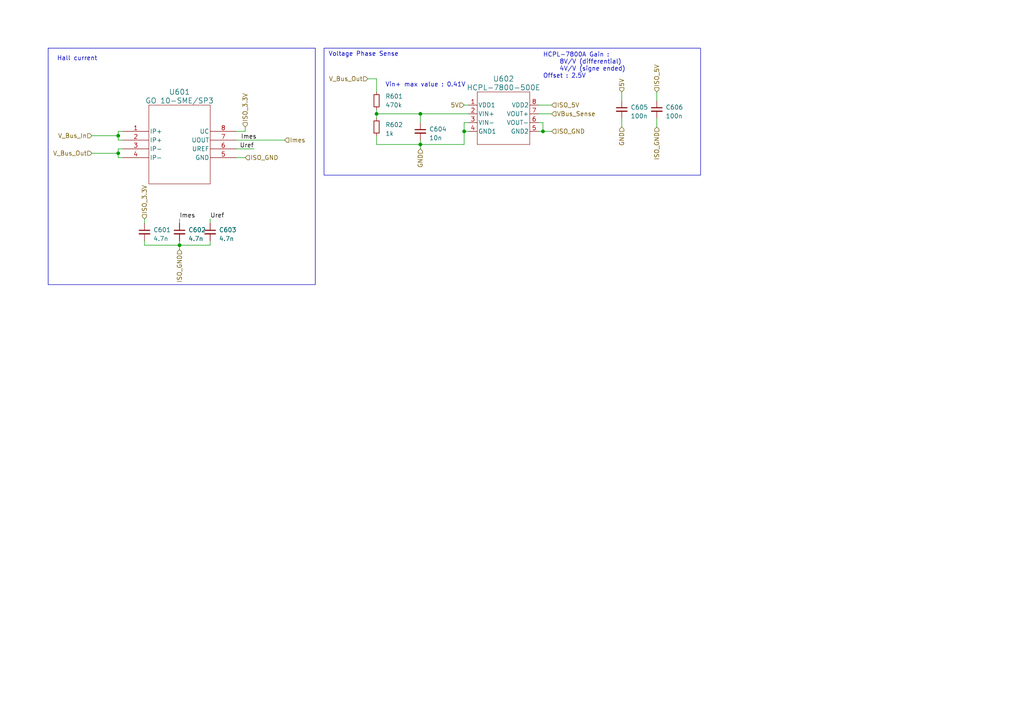
<source format=kicad_sch>
(kicad_sch
	(version 20231120)
	(generator "eeschema")
	(generator_version "8.0")
	(uuid "ee89f9ba-fa43-492f-9c18-db8982ac7ce3")
	(paper "A4")
	(title_block
		(title "AAP Inverter")
		(date "2023-05-01")
		(company "ENSEA")
	)
	(lib_symbols
		(symbol "Custom:GO_10-SME"
			(pin_names
				(offset 0.254)
			)
			(exclude_from_sim no)
			(in_bom yes)
			(on_board yes)
			(property "Reference" "U"
				(at 7.62 -12.7 0)
				(effects
					(font
						(size 1.524 1.524)
					)
				)
			)
			(property "Value" "GO 10-SME/SP3"
				(at 0 12.7 0)
				(effects
					(font
						(size 1.524 1.524)
					)
				)
			)
			(property "Footprint" "SOIC8-GO-SME/SP3_LEM"
				(at 1.27 20.32 0)
				(effects
					(font
						(size 1.27 1.27)
						(italic yes)
					)
					(hide yes)
				)
			)
			(property "Datasheet" "GO 10-SME"
				(at -5.08 17.78 0)
				(effects
					(font
						(size 1.27 1.27)
						(italic yes)
					)
					(hide yes)
				)
			)
			(property "Description" ""
				(at 0 0 0)
				(effects
					(font
						(size 1.27 1.27)
					)
					(hide yes)
				)
			)
			(property "ki_locked" ""
				(at 0 0 0)
				(effects
					(font
						(size 1.27 1.27)
					)
				)
			)
			(property "ki_keywords" "GO 10-SME"
				(at 0 0 0)
				(effects
					(font
						(size 1.27 1.27)
					)
					(hide yes)
				)
			)
			(property "ki_fp_filters" "SOIC8-GO-SME/SP3_LEM SOIC8-GO-SME/SP3_LEM-M SOIC8-GO-SME/SP3_LEM-L"
				(at 0 0 0)
				(effects
					(font
						(size 1.27 1.27)
					)
					(hide yes)
				)
			)
			(symbol "GO_10-SME_0_1"
				(polyline
					(pts
						(xy -8.89 -11.43) (xy 8.89 -11.43)
					)
					(stroke
						(width 0.127)
						(type default)
					)
					(fill
						(type none)
					)
				)
				(polyline
					(pts
						(xy -8.89 11.43) (xy -8.89 -11.43)
					)
					(stroke
						(width 0.127)
						(type default)
					)
					(fill
						(type none)
					)
				)
				(polyline
					(pts
						(xy 8.89 -11.43) (xy 8.89 11.43)
					)
					(stroke
						(width 0.127)
						(type default)
					)
					(fill
						(type none)
					)
				)
				(polyline
					(pts
						(xy 8.89 11.43) (xy -8.89 11.43)
					)
					(stroke
						(width 0.127)
						(type default)
					)
					(fill
						(type none)
					)
				)
				(pin input line
					(at -16.51 3.81 0)
					(length 7.62)
					(name "IP+"
						(effects
							(font
								(size 1.27 1.27)
							)
						)
					)
					(number "1"
						(effects
							(font
								(size 1.27 1.27)
							)
						)
					)
				)
				(pin input line
					(at -16.51 1.27 0)
					(length 7.62)
					(name "IP+"
						(effects
							(font
								(size 1.27 1.27)
							)
						)
					)
					(number "2"
						(effects
							(font
								(size 1.27 1.27)
							)
						)
					)
				)
				(pin output line
					(at 16.51 1.27 180)
					(length 7.62)
					(name "UOUT"
						(effects
							(font
								(size 1.27 1.27)
							)
						)
					)
					(number "7"
						(effects
							(font
								(size 1.27 1.27)
							)
						)
					)
				)
				(pin power_in line
					(at 16.51 3.81 180)
					(length 7.62)
					(name "UC"
						(effects
							(font
								(size 1.27 1.27)
							)
						)
					)
					(number "8"
						(effects
							(font
								(size 1.27 1.27)
							)
						)
					)
				)
			)
			(symbol "GO_10-SME_1_1"
				(pin passive line
					(at -16.51 -1.27 0)
					(length 7.62)
					(name "IP-"
						(effects
							(font
								(size 1.27 1.27)
							)
						)
					)
					(number "3"
						(effects
							(font
								(size 1.27 1.27)
							)
						)
					)
				)
				(pin passive line
					(at -16.51 -3.81 0)
					(length 7.62)
					(name "IP-"
						(effects
							(font
								(size 1.27 1.27)
							)
						)
					)
					(number "4"
						(effects
							(font
								(size 1.27 1.27)
							)
						)
					)
				)
				(pin power_in line
					(at 16.51 -3.81 180)
					(length 7.62)
					(name "GND"
						(effects
							(font
								(size 1.27 1.27)
							)
						)
					)
					(number "5"
						(effects
							(font
								(size 1.27 1.27)
							)
						)
					)
				)
				(pin output line
					(at 16.51 -1.27 180)
					(length 7.62)
					(name "UREF"
						(effects
							(font
								(size 1.27 1.27)
							)
						)
					)
					(number "6"
						(effects
							(font
								(size 1.27 1.27)
							)
						)
					)
				)
			)
		)
		(symbol "Custom:HCPL-7800-500E"
			(pin_names
				(offset 0.254)
			)
			(exclude_from_sim no)
			(in_bom yes)
			(on_board yes)
			(property "Reference" "U"
				(at 6.35 -8.89 0)
				(effects
					(font
						(size 1.524 1.524)
					)
				)
			)
			(property "Value" "HCPL-7800-500E"
				(at 0 8.89 0)
				(effects
					(font
						(size 1.524 1.524)
					)
				)
			)
			(property "Footprint" ""
				(at 3.81 -15.24 0)
				(effects
					(font
						(size 1.27 1.27)
						(italic yes)
					)
					(hide yes)
				)
			)
			(property "Datasheet" ""
				(at 1.27 -12.7 0)
				(effects
					(font
						(size 1.27 1.27)
						(italic yes)
					)
					(hide yes)
				)
			)
			(property "Description" ""
				(at 0 0 0)
				(effects
					(font
						(size 1.27 1.27)
					)
					(hide yes)
				)
			)
			(property "ki_keywords" "HCPL-7800-500E"
				(at 0 0 0)
				(effects
					(font
						(size 1.27 1.27)
					)
					(hide yes)
				)
			)
			(property "ki_fp_filters" "300mil_DIP-8_BRA"
				(at 0 0 0)
				(effects
					(font
						(size 1.27 1.27)
					)
					(hide yes)
				)
			)
			(symbol "HCPL-7800-500E_0_1"
				(polyline
					(pts
						(xy -7.62 -7.62) (xy 7.62 -7.62)
					)
					(stroke
						(width 0.127)
						(type default)
					)
					(fill
						(type none)
					)
				)
				(polyline
					(pts
						(xy -7.62 7.62) (xy -7.62 -7.62)
					)
					(stroke
						(width 0.127)
						(type default)
					)
					(fill
						(type none)
					)
				)
				(polyline
					(pts
						(xy 7.62 -7.62) (xy 7.62 7.62)
					)
					(stroke
						(width 0.127)
						(type default)
					)
					(fill
						(type none)
					)
				)
				(polyline
					(pts
						(xy 7.62 7.62) (xy -7.62 7.62)
					)
					(stroke
						(width 0.127)
						(type default)
					)
					(fill
						(type none)
					)
				)
			)
			(symbol "HCPL-7800-500E_1_1"
				(pin power_in line
					(at -10.16 3.81 0)
					(length 2.54)
					(name "VDD1"
						(effects
							(font
								(size 1.27 1.27)
							)
						)
					)
					(number "1"
						(effects
							(font
								(size 1.27 1.27)
							)
						)
					)
				)
				(pin input line
					(at -10.16 1.27 0)
					(length 2.54)
					(name "VIN+"
						(effects
							(font
								(size 1.27 1.27)
							)
						)
					)
					(number "2"
						(effects
							(font
								(size 1.27 1.27)
							)
						)
					)
				)
				(pin input line
					(at -10.16 -1.27 0)
					(length 2.54)
					(name "VIN-"
						(effects
							(font
								(size 1.27 1.27)
							)
						)
					)
					(number "3"
						(effects
							(font
								(size 1.27 1.27)
							)
						)
					)
				)
				(pin power_in line
					(at -10.16 -3.81 0)
					(length 2.54)
					(name "GND1"
						(effects
							(font
								(size 1.27 1.27)
							)
						)
					)
					(number "4"
						(effects
							(font
								(size 1.27 1.27)
							)
						)
					)
				)
				(pin power_in line
					(at 10.16 -3.81 180)
					(length 2.54)
					(name "GND2"
						(effects
							(font
								(size 1.27 1.27)
							)
						)
					)
					(number "5"
						(effects
							(font
								(size 1.27 1.27)
							)
						)
					)
				)
				(pin passive line
					(at 10.16 -1.27 180)
					(length 2.54)
					(name "VOUT-"
						(effects
							(font
								(size 1.27 1.27)
							)
						)
					)
					(number "6"
						(effects
							(font
								(size 1.27 1.27)
							)
						)
					)
				)
				(pin passive line
					(at 10.16 1.27 180)
					(length 2.54)
					(name "VOUT+"
						(effects
							(font
								(size 1.27 1.27)
							)
						)
					)
					(number "7"
						(effects
							(font
								(size 1.27 1.27)
							)
						)
					)
				)
				(pin power_in line
					(at 10.16 3.81 180)
					(length 2.54)
					(name "VDD2"
						(effects
							(font
								(size 1.27 1.27)
							)
						)
					)
					(number "8"
						(effects
							(font
								(size 1.27 1.27)
							)
						)
					)
				)
			)
		)
		(symbol "Device:C_Small"
			(pin_numbers hide)
			(pin_names
				(offset 0.254) hide)
			(exclude_from_sim no)
			(in_bom yes)
			(on_board yes)
			(property "Reference" "C"
				(at 0.254 1.778 0)
				(effects
					(font
						(size 1.27 1.27)
					)
					(justify left)
				)
			)
			(property "Value" "C_Small"
				(at 0.254 -2.032 0)
				(effects
					(font
						(size 1.27 1.27)
					)
					(justify left)
				)
			)
			(property "Footprint" ""
				(at 0 0 0)
				(effects
					(font
						(size 1.27 1.27)
					)
					(hide yes)
				)
			)
			(property "Datasheet" "~"
				(at 0 0 0)
				(effects
					(font
						(size 1.27 1.27)
					)
					(hide yes)
				)
			)
			(property "Description" "Unpolarized capacitor, small symbol"
				(at 0 0 0)
				(effects
					(font
						(size 1.27 1.27)
					)
					(hide yes)
				)
			)
			(property "ki_keywords" "capacitor cap"
				(at 0 0 0)
				(effects
					(font
						(size 1.27 1.27)
					)
					(hide yes)
				)
			)
			(property "ki_fp_filters" "C_*"
				(at 0 0 0)
				(effects
					(font
						(size 1.27 1.27)
					)
					(hide yes)
				)
			)
			(symbol "C_Small_0_1"
				(polyline
					(pts
						(xy -1.524 -0.508) (xy 1.524 -0.508)
					)
					(stroke
						(width 0.3302)
						(type default)
					)
					(fill
						(type none)
					)
				)
				(polyline
					(pts
						(xy -1.524 0.508) (xy 1.524 0.508)
					)
					(stroke
						(width 0.3048)
						(type default)
					)
					(fill
						(type none)
					)
				)
			)
			(symbol "C_Small_1_1"
				(pin passive line
					(at 0 2.54 270)
					(length 2.032)
					(name "~"
						(effects
							(font
								(size 1.27 1.27)
							)
						)
					)
					(number "1"
						(effects
							(font
								(size 1.27 1.27)
							)
						)
					)
				)
				(pin passive line
					(at 0 -2.54 90)
					(length 2.032)
					(name "~"
						(effects
							(font
								(size 1.27 1.27)
							)
						)
					)
					(number "2"
						(effects
							(font
								(size 1.27 1.27)
							)
						)
					)
				)
			)
		)
		(symbol "Device:R_Small"
			(pin_numbers hide)
			(pin_names
				(offset 0.254) hide)
			(exclude_from_sim no)
			(in_bom yes)
			(on_board yes)
			(property "Reference" "R"
				(at 0.762 0.508 0)
				(effects
					(font
						(size 1.27 1.27)
					)
					(justify left)
				)
			)
			(property "Value" "R_Small"
				(at 0.762 -1.016 0)
				(effects
					(font
						(size 1.27 1.27)
					)
					(justify left)
				)
			)
			(property "Footprint" ""
				(at 0 0 0)
				(effects
					(font
						(size 1.27 1.27)
					)
					(hide yes)
				)
			)
			(property "Datasheet" "~"
				(at 0 0 0)
				(effects
					(font
						(size 1.27 1.27)
					)
					(hide yes)
				)
			)
			(property "Description" "Resistor, small symbol"
				(at 0 0 0)
				(effects
					(font
						(size 1.27 1.27)
					)
					(hide yes)
				)
			)
			(property "ki_keywords" "R resistor"
				(at 0 0 0)
				(effects
					(font
						(size 1.27 1.27)
					)
					(hide yes)
				)
			)
			(property "ki_fp_filters" "R_*"
				(at 0 0 0)
				(effects
					(font
						(size 1.27 1.27)
					)
					(hide yes)
				)
			)
			(symbol "R_Small_0_1"
				(rectangle
					(start -0.762 1.778)
					(end 0.762 -1.778)
					(stroke
						(width 0.2032)
						(type default)
					)
					(fill
						(type none)
					)
				)
			)
			(symbol "R_Small_1_1"
				(pin passive line
					(at 0 2.54 270)
					(length 0.762)
					(name "~"
						(effects
							(font
								(size 1.27 1.27)
							)
						)
					)
					(number "1"
						(effects
							(font
								(size 1.27 1.27)
							)
						)
					)
				)
				(pin passive line
					(at 0 -2.54 90)
					(length 0.762)
					(name "~"
						(effects
							(font
								(size 1.27 1.27)
							)
						)
					)
					(number "2"
						(effects
							(font
								(size 1.27 1.27)
							)
						)
					)
				)
			)
		)
	)
	(junction
		(at 34.29 44.45)
		(diameter 0)
		(color 0 0 0 0)
		(uuid "40ff01fb-4182-4f16-ac41-050d990ab9d0")
	)
	(junction
		(at 134.62 38.1)
		(diameter 0)
		(color 0 0 0 0)
		(uuid "66d344b4-d613-422d-83f2-cfee6b548720")
	)
	(junction
		(at 109.22 33.02)
		(diameter 0)
		(color 0 0 0 0)
		(uuid "75be70df-6355-4087-9e12-4195925e79cc")
	)
	(junction
		(at 157.48 38.1)
		(diameter 0)
		(color 0 0 0 0)
		(uuid "86876b49-5f5c-42a6-86cd-1ef6bf344ea2")
	)
	(junction
		(at 52.07 71.12)
		(diameter 0)
		(color 0 0 0 0)
		(uuid "c0e38418-31e8-48df-b979-7cd43b55c8fd")
	)
	(junction
		(at 34.29 39.37)
		(diameter 0)
		(color 0 0 0 0)
		(uuid "ca0619f0-7711-44de-a25e-68c0b400ad9d")
	)
	(junction
		(at 121.92 33.02)
		(diameter 0)
		(color 0 0 0 0)
		(uuid "d9d2edd7-efa5-4d2c-b9a7-df20e9661bf2")
	)
	(junction
		(at 121.92 41.91)
		(diameter 0)
		(color 0 0 0 0)
		(uuid "e694e691-b5c8-4601-8fdd-191adbdc5c48")
	)
	(wire
		(pts
			(xy 34.29 44.45) (xy 34.29 45.72)
		)
		(stroke
			(width 0)
			(type default)
		)
		(uuid "028d475e-a976-48c1-892e-438d6b696751")
	)
	(wire
		(pts
			(xy 109.22 22.86) (xy 109.22 26.67)
		)
		(stroke
			(width 0)
			(type default)
		)
		(uuid "05233ffc-b3bb-482e-a6a4-0c0bedd0e0aa")
	)
	(wire
		(pts
			(xy 52.07 63.5) (xy 52.07 64.77)
		)
		(stroke
			(width 0)
			(type default)
		)
		(uuid "144316ec-2e1a-4f74-ad46-d88eefe59e9e")
	)
	(polyline
		(pts
			(xy 13.97 13.97) (xy 13.97 82.55)
		)
		(stroke
			(width 0)
			(type default)
		)
		(uuid "14868f88-e71c-4c5b-a1f6-994abb6529a3")
	)
	(wire
		(pts
			(xy 109.22 39.37) (xy 109.22 41.91)
		)
		(stroke
			(width 0)
			(type default)
		)
		(uuid "1797927e-69ea-409d-b96b-74538a033131")
	)
	(wire
		(pts
			(xy 34.29 45.72) (xy 35.56 45.72)
		)
		(stroke
			(width 0)
			(type default)
		)
		(uuid "1d75c925-f39a-43c2-a418-815ac9223f65")
	)
	(polyline
		(pts
			(xy 91.44 13.97) (xy 91.44 82.55)
		)
		(stroke
			(width 0)
			(type default)
		)
		(uuid "29d6c77a-8253-4b4b-9497-7c665d7e50a5")
	)
	(wire
		(pts
			(xy 60.96 63.5) (xy 60.96 64.77)
		)
		(stroke
			(width 0)
			(type default)
		)
		(uuid "30738a0c-719e-490b-9d3e-679fa3d4db0e")
	)
	(wire
		(pts
			(xy 68.58 40.64) (xy 82.55 40.64)
		)
		(stroke
			(width 0)
			(type default)
		)
		(uuid "350054f0-2662-44a6-acae-27ff430497f9")
	)
	(wire
		(pts
			(xy 121.92 33.02) (xy 135.89 33.02)
		)
		(stroke
			(width 0)
			(type default)
		)
		(uuid "357216bf-a026-4b86-8bed-436e1f3f995f")
	)
	(wire
		(pts
			(xy 52.07 71.12) (xy 52.07 72.39)
		)
		(stroke
			(width 0)
			(type default)
		)
		(uuid "3947b4ef-1861-4fde-86a6-5b2ad2a79655")
	)
	(wire
		(pts
			(xy 60.96 69.85) (xy 60.96 71.12)
		)
		(stroke
			(width 0)
			(type default)
		)
		(uuid "3fd7eb50-4874-4945-8f7e-393bf1e7a8fd")
	)
	(wire
		(pts
			(xy 68.58 38.1) (xy 71.12 38.1)
		)
		(stroke
			(width 0)
			(type default)
		)
		(uuid "447c48b2-005f-42d7-be66-df83f94af967")
	)
	(wire
		(pts
			(xy 121.92 41.91) (xy 121.92 43.18)
		)
		(stroke
			(width 0)
			(type default)
		)
		(uuid "501b6574-f7e1-4ee5-95b9-2470f5873c68")
	)
	(wire
		(pts
			(xy 34.29 39.37) (xy 34.29 40.64)
		)
		(stroke
			(width 0)
			(type default)
		)
		(uuid "51cfc308-7023-432c-9e1e-adb77c1c3251")
	)
	(wire
		(pts
			(xy 190.5 26.67) (xy 190.5 29.21)
		)
		(stroke
			(width 0)
			(type default)
		)
		(uuid "53c33415-3fd1-4d9c-8dfd-172f997892eb")
	)
	(wire
		(pts
			(xy 157.48 35.56) (xy 157.48 38.1)
		)
		(stroke
			(width 0)
			(type default)
		)
		(uuid "54561691-724d-4611-8a11-d24a615cb59f")
	)
	(wire
		(pts
			(xy 121.92 41.91) (xy 134.62 41.91)
		)
		(stroke
			(width 0)
			(type default)
		)
		(uuid "58fffcb0-3ca2-4bfc-8e42-ff73106e0cde")
	)
	(wire
		(pts
			(xy 26.67 39.37) (xy 34.29 39.37)
		)
		(stroke
			(width 0)
			(type default)
		)
		(uuid "59a235cb-94eb-4a94-8633-80c97247249e")
	)
	(wire
		(pts
			(xy 156.21 35.56) (xy 157.48 35.56)
		)
		(stroke
			(width 0)
			(type default)
		)
		(uuid "5d7dcaef-a852-4ba4-bd17-899cd95865a3")
	)
	(wire
		(pts
			(xy 180.34 34.29) (xy 180.34 36.83)
		)
		(stroke
			(width 0)
			(type default)
		)
		(uuid "6118e735-c766-4eeb-949a-8ce0e70aa471")
	)
	(wire
		(pts
			(xy 156.21 38.1) (xy 157.48 38.1)
		)
		(stroke
			(width 0)
			(type default)
		)
		(uuid "625a6499-e9f2-4fe6-94d8-318883eb4782")
	)
	(wire
		(pts
			(xy 52.07 71.12) (xy 60.96 71.12)
		)
		(stroke
			(width 0)
			(type default)
		)
		(uuid "69fce8d0-6bc3-4e7c-bc58-a45a7b743b29")
	)
	(wire
		(pts
			(xy 26.67 44.45) (xy 34.29 44.45)
		)
		(stroke
			(width 0)
			(type default)
		)
		(uuid "769c905f-2123-4b8c-8624-491f481e1d0d")
	)
	(wire
		(pts
			(xy 134.62 38.1) (xy 135.89 38.1)
		)
		(stroke
			(width 0)
			(type default)
		)
		(uuid "76e41184-cbff-42cb-983a-5310afbc464c")
	)
	(wire
		(pts
			(xy 109.22 31.75) (xy 109.22 33.02)
		)
		(stroke
			(width 0)
			(type default)
		)
		(uuid "7794b03b-f3c8-4764-bec1-0e2df5fd9387")
	)
	(wire
		(pts
			(xy 190.5 36.83) (xy 190.5 34.29)
		)
		(stroke
			(width 0)
			(type default)
		)
		(uuid "7cc1fa8e-01db-4a43-9760-ba663eedb76d")
	)
	(wire
		(pts
			(xy 180.34 26.67) (xy 180.34 29.21)
		)
		(stroke
			(width 0)
			(type default)
		)
		(uuid "82abe462-e0ae-4ec6-9cb0-ca2fac3efed2")
	)
	(wire
		(pts
			(xy 134.62 41.91) (xy 134.62 38.1)
		)
		(stroke
			(width 0)
			(type default)
		)
		(uuid "88d17009-85e0-44be-a9d2-b3cf6997f9a8")
	)
	(wire
		(pts
			(xy 160.02 30.48) (xy 156.21 30.48)
		)
		(stroke
			(width 0)
			(type default)
		)
		(uuid "8909d27b-830e-476a-85e2-6896fbd118a9")
	)
	(wire
		(pts
			(xy 135.89 35.56) (xy 134.62 35.56)
		)
		(stroke
			(width 0)
			(type default)
		)
		(uuid "9319d33e-f1be-4700-8036-a14140ff4ce3")
	)
	(wire
		(pts
			(xy 41.91 69.85) (xy 41.91 71.12)
		)
		(stroke
			(width 0)
			(type default)
		)
		(uuid "9410219e-a7ad-4e95-9141-f01063bf65cd")
	)
	(polyline
		(pts
			(xy 13.97 13.97) (xy 91.44 13.97)
		)
		(stroke
			(width 0)
			(type default)
		)
		(uuid "95ba1dc9-aedb-471c-ac05-bac4913469db")
	)
	(wire
		(pts
			(xy 34.29 38.1) (xy 35.56 38.1)
		)
		(stroke
			(width 0)
			(type default)
		)
		(uuid "973adfb4-d3b1-4dc8-9084-0be6cd746e7b")
	)
	(wire
		(pts
			(xy 41.91 63.5) (xy 41.91 64.77)
		)
		(stroke
			(width 0)
			(type default)
		)
		(uuid "9e0e4bb5-49d5-4c08-86b9-3145290d1777")
	)
	(wire
		(pts
			(xy 34.29 43.18) (xy 35.56 43.18)
		)
		(stroke
			(width 0)
			(type default)
		)
		(uuid "b4e524c7-9e25-4526-a40a-ea1253ce0e5d")
	)
	(wire
		(pts
			(xy 135.89 30.48) (xy 134.62 30.48)
		)
		(stroke
			(width 0)
			(type default)
		)
		(uuid "b5170b64-ab24-4c3b-b3d4-f05e4eab6f60")
	)
	(wire
		(pts
			(xy 68.58 45.72) (xy 71.12 45.72)
		)
		(stroke
			(width 0)
			(type default)
		)
		(uuid "b6845c37-3717-4459-a7bf-1305f159b721")
	)
	(polyline
		(pts
			(xy 91.44 82.55) (xy 13.97 82.55)
		)
		(stroke
			(width 0)
			(type default)
		)
		(uuid "b7454054-5ed9-4dd7-bed1-b5ae9b40987e")
	)
	(wire
		(pts
			(xy 34.29 44.45) (xy 34.29 43.18)
		)
		(stroke
			(width 0)
			(type default)
		)
		(uuid "b89f3232-1a26-42be-b8a5-0dfa5f756d4c")
	)
	(wire
		(pts
			(xy 106.68 22.86) (xy 109.22 22.86)
		)
		(stroke
			(width 0)
			(type default)
		)
		(uuid "bb9c3198-7ec7-4980-ab8a-6ec92d30ad4c")
	)
	(wire
		(pts
			(xy 121.92 40.64) (xy 121.92 41.91)
		)
		(stroke
			(width 0)
			(type default)
		)
		(uuid "c23f2f7f-0db9-4fff-9a6e-067966fe7946")
	)
	(wire
		(pts
			(xy 68.58 43.18) (xy 73.66 43.18)
		)
		(stroke
			(width 0)
			(type default)
		)
		(uuid "cb5db483-e8b1-4dce-9174-02c27a3ffa84")
	)
	(wire
		(pts
			(xy 109.22 33.02) (xy 109.22 34.29)
		)
		(stroke
			(width 0)
			(type default)
		)
		(uuid "cbfb3f9d-aeec-4ead-89db-624834bb9208")
	)
	(wire
		(pts
			(xy 134.62 35.56) (xy 134.62 38.1)
		)
		(stroke
			(width 0)
			(type default)
		)
		(uuid "cd1b39a3-a8e1-4f6b-bb52-8e9eccea127a")
	)
	(wire
		(pts
			(xy 35.56 40.64) (xy 34.29 40.64)
		)
		(stroke
			(width 0)
			(type default)
		)
		(uuid "ce750f48-f94a-474e-bff5-71984e9e65c8")
	)
	(wire
		(pts
			(xy 156.21 33.02) (xy 160.02 33.02)
		)
		(stroke
			(width 0)
			(type default)
		)
		(uuid "d76492cc-bce8-45a8-804e-11b1444bb7ea")
	)
	(wire
		(pts
			(xy 109.22 41.91) (xy 121.92 41.91)
		)
		(stroke
			(width 0)
			(type default)
		)
		(uuid "e2ffe0e8-3661-4ffc-a104-3a96b0da5193")
	)
	(wire
		(pts
			(xy 34.29 38.1) (xy 34.29 39.37)
		)
		(stroke
			(width 0)
			(type default)
		)
		(uuid "e5071c78-8897-49e4-a5c2-5c3c1f4cc3c7")
	)
	(wire
		(pts
			(xy 157.48 38.1) (xy 160.02 38.1)
		)
		(stroke
			(width 0)
			(type default)
		)
		(uuid "ef0c4439-d924-49cf-a6d1-171ae99f94e3")
	)
	(wire
		(pts
			(xy 121.92 35.56) (xy 121.92 33.02)
		)
		(stroke
			(width 0)
			(type default)
		)
		(uuid "f1209caa-f0d0-4c77-abfe-54eb15136a31")
	)
	(wire
		(pts
			(xy 52.07 69.85) (xy 52.07 71.12)
		)
		(stroke
			(width 0)
			(type default)
		)
		(uuid "f3a80518-21f2-4032-bf49-c5886d66e382")
	)
	(wire
		(pts
			(xy 41.91 71.12) (xy 52.07 71.12)
		)
		(stroke
			(width 0)
			(type default)
		)
		(uuid "f4fa53b3-d9a0-4eec-af5c-77a9426d0710")
	)
	(wire
		(pts
			(xy 71.12 38.1) (xy 71.12 36.83)
		)
		(stroke
			(width 0)
			(type default)
		)
		(uuid "fb705500-f5b6-47e1-b623-8fcd3d8ca79a")
	)
	(wire
		(pts
			(xy 109.22 33.02) (xy 121.92 33.02)
		)
		(stroke
			(width 0)
			(type default)
		)
		(uuid "fefaf00e-aaf8-4c6c-8008-d95eb67812d9")
	)
	(rectangle
		(start 93.98 13.97)
		(end 203.2 50.8)
		(stroke
			(width 0)
			(type default)
		)
		(fill
			(type none)
		)
		(uuid 153ae82a-b9db-4db5-8ae7-ce6ad7a2f597)
	)
	(text "HCPL-7800A Gain :\n	8V/V (differential)\n	4V/V (signe ended)\nOffset : 2.5V"
		(exclude_from_sim no)
		(at 157.48 22.86 0)
		(effects
			(font
				(size 1.27 1.27)
			)
			(justify left bottom)
		)
		(uuid "73252b39-ab2a-4712-9362-86e8bbffcdd9")
	)
	(text "Hall current"
		(exclude_from_sim no)
		(at 16.51 17.78 0)
		(effects
			(font
				(size 1.27 1.27)
			)
			(justify left bottom)
		)
		(uuid "bcd2dd46-97d2-4962-9045-6dd71e890375")
	)
	(text "Vin+ max value : 0.41V"
		(exclude_from_sim no)
		(at 111.76 25.4 0)
		(effects
			(font
				(size 1.27 1.27)
			)
			(justify left bottom)
		)
		(uuid "cb1b782c-b5a1-4be6-8ed5-5e8743b5edd3")
	)
	(text "Voltage Phase Sense"
		(exclude_from_sim no)
		(at 95.25 16.51 0)
		(effects
			(font
				(size 1.27 1.27)
			)
			(justify left bottom)
		)
		(uuid "d2d0dbc5-c3f7-45ac-899c-a66a88cee939")
	)
	(label "Imes"
		(at 69.85 40.64 0)
		(fields_autoplaced yes)
		(effects
			(font
				(size 1.27 1.27)
			)
			(justify left bottom)
		)
		(uuid "16da39fe-92da-40e6-8a08-35a3fcbb8f71")
	)
	(label "Uref"
		(at 60.96 63.5 0)
		(fields_autoplaced yes)
		(effects
			(font
				(size 1.27 1.27)
			)
			(justify left bottom)
		)
		(uuid "49914d53-c943-4dd6-889c-13a018844ffc")
	)
	(label "Imes"
		(at 52.07 63.5 0)
		(fields_autoplaced yes)
		(effects
			(font
				(size 1.27 1.27)
			)
			(justify left bottom)
		)
		(uuid "9d573328-67fa-4484-b110-3e4a34bb2f18")
	)
	(label "Uref"
		(at 73.66 43.18 180)
		(fields_autoplaced yes)
		(effects
			(font
				(size 1.27 1.27)
			)
			(justify right bottom)
		)
		(uuid "9da74771-f606-493b-8221-db7e0d2c747a")
	)
	(hierarchical_label "V_Bus_Out"
		(shape input)
		(at 106.68 22.86 180)
		(fields_autoplaced yes)
		(effects
			(font
				(size 1.27 1.27)
			)
			(justify right)
		)
		(uuid "0064c31d-357c-487f-ac5d-5ae0229c3a63")
	)
	(hierarchical_label "ISO_GND"
		(shape input)
		(at 190.5 36.83 270)
		(fields_autoplaced yes)
		(effects
			(font
				(size 1.27 1.27)
			)
			(justify right)
		)
		(uuid "10fbaf02-e0ed-4698-b9d0-ab2dc8f20864")
	)
	(hierarchical_label "ISO_GND"
		(shape input)
		(at 52.07 72.39 270)
		(fields_autoplaced yes)
		(effects
			(font
				(size 1.27 1.27)
			)
			(justify right)
		)
		(uuid "369b458e-07f9-4a95-ae0f-4f215ca66a31")
	)
	(hierarchical_label "ISO_5V"
		(shape input)
		(at 160.02 30.48 0)
		(fields_autoplaced yes)
		(effects
			(font
				(size 1.27 1.27)
			)
			(justify left)
		)
		(uuid "37da5f0c-b5ab-4530-9a88-eeb9289bb6ff")
	)
	(hierarchical_label "5V"
		(shape input)
		(at 180.34 26.67 90)
		(fields_autoplaced yes)
		(effects
			(font
				(size 1.27 1.27)
			)
			(justify left)
		)
		(uuid "4851b5a5-b28f-4b9e-a3f5-2ce5c1c8ebc3")
	)
	(hierarchical_label "GND"
		(shape input)
		(at 180.34 36.83 270)
		(fields_autoplaced yes)
		(effects
			(font
				(size 1.27 1.27)
			)
			(justify right)
		)
		(uuid "4b0eb232-8c9a-484d-896e-69bfbcb2db48")
	)
	(hierarchical_label "ISO_GND"
		(shape input)
		(at 71.12 45.72 0)
		(fields_autoplaced yes)
		(effects
			(font
				(size 1.27 1.27)
			)
			(justify left)
		)
		(uuid "59a55e6b-2b58-4188-9ebf-2df1b9e2eed8")
	)
	(hierarchical_label "ISO_5V"
		(shape input)
		(at 190.5 26.67 90)
		(fields_autoplaced yes)
		(effects
			(font
				(size 1.27 1.27)
			)
			(justify left)
		)
		(uuid "6d33ee10-3ab5-4efe-9102-66cb9496f9bb")
	)
	(hierarchical_label "GND"
		(shape input)
		(at 121.92 43.18 270)
		(fields_autoplaced yes)
		(effects
			(font
				(size 1.27 1.27)
			)
			(justify right)
		)
		(uuid "827e1ccc-f93b-42c0-ae6d-49ab97da4980")
	)
	(hierarchical_label "V_Bus_In"
		(shape input)
		(at 26.67 39.37 180)
		(fields_autoplaced yes)
		(effects
			(font
				(size 1.27 1.27)
			)
			(justify right)
		)
		(uuid "924dbca6-4b7d-47fb-9245-7dca64404c2c")
	)
	(hierarchical_label "ISO_3.3V"
		(shape input)
		(at 71.12 36.83 90)
		(fields_autoplaced yes)
		(effects
			(font
				(size 1.27 1.27)
			)
			(justify left)
		)
		(uuid "a3bff330-82ea-451b-8cf4-8512570f29bf")
	)
	(hierarchical_label "5V"
		(shape input)
		(at 134.62 30.48 180)
		(fields_autoplaced yes)
		(effects
			(font
				(size 1.27 1.27)
			)
			(justify right)
		)
		(uuid "aff768ad-ee3e-4306-adc4-7862ed8016e0")
	)
	(hierarchical_label "ISO_GND"
		(shape input)
		(at 160.02 38.1 0)
		(fields_autoplaced yes)
		(effects
			(font
				(size 1.27 1.27)
			)
			(justify left)
		)
		(uuid "b210df0d-e893-4be6-93cd-b70cb066cb0e")
	)
	(hierarchical_label "ISO_3.3V"
		(shape input)
		(at 41.91 63.5 90)
		(fields_autoplaced yes)
		(effects
			(font
				(size 1.27 1.27)
			)
			(justify left)
		)
		(uuid "b46d522d-7583-441f-b7d4-3d47770a4fd0")
	)
	(hierarchical_label "VBus_Sense"
		(shape input)
		(at 160.02 33.02 0)
		(fields_autoplaced yes)
		(effects
			(font
				(size 1.27 1.27)
			)
			(justify left)
		)
		(uuid "ca009141-d6b5-4cc9-a78f-854816a7bb67")
	)
	(hierarchical_label "Imes"
		(shape input)
		(at 82.55 40.64 0)
		(fields_autoplaced yes)
		(effects
			(font
				(size 1.27 1.27)
			)
			(justify left)
		)
		(uuid "e56fc672-bfe1-4f5b-b151-72651f7ebeba")
	)
	(hierarchical_label "V_Bus_Out"
		(shape input)
		(at 26.67 44.45 180)
		(fields_autoplaced yes)
		(effects
			(font
				(size 1.27 1.27)
			)
			(justify right)
		)
		(uuid "e747a0e6-fd3b-4aa4-b5dd-ee8df7962752")
	)
	(symbol
		(lib_id "Device:C_Small")
		(at 121.92 38.1 0)
		(unit 1)
		(exclude_from_sim no)
		(in_bom yes)
		(on_board yes)
		(dnp no)
		(fields_autoplaced yes)
		(uuid "120c3486-74cf-4ce1-8121-e1ae1d74e4dd")
		(property "Reference" "C604"
			(at 124.46 37.4713 0)
			(effects
				(font
					(size 1.27 1.27)
				)
				(justify left)
			)
		)
		(property "Value" "10n"
			(at 124.46 40.0113 0)
			(effects
				(font
					(size 1.27 1.27)
				)
				(justify left)
			)
		)
		(property "Footprint" "Capacitor_SMD:C_0402_1005Metric"
			(at 121.92 38.1 0)
			(effects
				(font
					(size 1.27 1.27)
				)
				(hide yes)
			)
		)
		(property "Datasheet" "~"
			(at 121.92 38.1 0)
			(effects
				(font
					(size 1.27 1.27)
				)
				(hide yes)
			)
		)
		(property "Description" ""
			(at 121.92 38.1 0)
			(effects
				(font
					(size 1.27 1.27)
				)
				(hide yes)
			)
		)
		(property "Fournisseur" "Wurth"
			(at 121.92 38.1 0)
			(effects
				(font
					(size 1.27 1.27)
				)
				(hide yes)
			)
		)
		(property "MFR" "885 012 205 050"
			(at 121.92 38.1 0)
			(effects
				(font
					(size 1.27 1.27)
				)
				(hide yes)
			)
		)
		(pin "1"
			(uuid "4795db0f-2a3d-40e4-83f9-1feb50a9de75")
		)
		(pin "2"
			(uuid "7f10b1ca-99a6-4edb-a6e8-5a022ea4a7fd")
		)
		(instances
			(project "Inverter_KiCAD"
				(path "/5e6c1e3f-0815-454a-8acb-8e3e2d064875/68381f6c-5b48-4aca-8792-bde0d1e54d5e"
					(reference "C604")
					(unit 1)
				)
			)
		)
	)
	(symbol
		(lib_id "Device:C_Small")
		(at 60.96 67.31 0)
		(unit 1)
		(exclude_from_sim no)
		(in_bom yes)
		(on_board yes)
		(dnp no)
		(fields_autoplaced yes)
		(uuid "61f8aefc-3292-407e-9402-60ef1ebbce61")
		(property "Reference" "C603"
			(at 63.5 66.6813 0)
			(effects
				(font
					(size 1.27 1.27)
				)
				(justify left)
			)
		)
		(property "Value" "4.7n"
			(at 63.5 69.2213 0)
			(effects
				(font
					(size 1.27 1.27)
				)
				(justify left)
			)
		)
		(property "Footprint" "Capacitor_SMD:C_0402_1005Metric"
			(at 60.96 67.31 0)
			(effects
				(font
					(size 1.27 1.27)
				)
				(hide yes)
			)
		)
		(property "Datasheet" "~"
			(at 60.96 67.31 0)
			(effects
				(font
					(size 1.27 1.27)
				)
				(hide yes)
			)
		)
		(property "Description" ""
			(at 60.96 67.31 0)
			(effects
				(font
					(size 1.27 1.27)
				)
				(hide yes)
			)
		)
		(property "Fournisseur" "Wurth"
			(at 60.96 67.31 0)
			(effects
				(font
					(size 1.27 1.27)
				)
				(hide yes)
			)
		)
		(property "MFR" "885 012 205 048"
			(at 60.96 67.31 0)
			(effects
				(font
					(size 1.27 1.27)
				)
				(hide yes)
			)
		)
		(pin "1"
			(uuid "9155935b-72fb-4504-881a-6b0c2a314817")
		)
		(pin "2"
			(uuid "d6ce1730-b2c3-4e78-9379-67c9ca89c215")
		)
		(instances
			(project "Inverter_KiCAD"
				(path "/5e6c1e3f-0815-454a-8acb-8e3e2d064875/68381f6c-5b48-4aca-8792-bde0d1e54d5e"
					(reference "C603")
					(unit 1)
				)
			)
		)
	)
	(symbol
		(lib_id "Device:R_Small")
		(at 109.22 29.21 0)
		(unit 1)
		(exclude_from_sim no)
		(in_bom yes)
		(on_board yes)
		(dnp no)
		(fields_autoplaced yes)
		(uuid "964586f9-f6ab-426d-92f3-49e8e51b8755")
		(property "Reference" "R601"
			(at 111.76 27.94 0)
			(effects
				(font
					(size 1.27 1.27)
				)
				(justify left)
			)
		)
		(property "Value" "470k"
			(at 111.76 30.48 0)
			(effects
				(font
					(size 1.27 1.27)
				)
				(justify left)
			)
		)
		(property "Footprint" "Resistor_SMD:R_0402_1005Metric"
			(at 109.22 29.21 0)
			(effects
				(font
					(size 1.27 1.27)
				)
				(hide yes)
			)
		)
		(property "Datasheet" "~"
			(at 109.22 29.21 0)
			(effects
				(font
					(size 1.27 1.27)
				)
				(hide yes)
			)
		)
		(property "Description" ""
			(at 109.22 29.21 0)
			(effects
				(font
					(size 1.27 1.27)
				)
				(hide yes)
			)
		)
		(property "Fournisseur" "Stock"
			(at 109.22 29.21 0)
			(effects
				(font
					(size 1.27 1.27)
				)
				(hide yes)
			)
		)
		(pin "1"
			(uuid "ce8b297f-ab5e-46c2-86ba-482058353627")
		)
		(pin "2"
			(uuid "a128bef8-1928-4795-8dac-c942457590f2")
		)
		(instances
			(project "Inverter_KiCAD"
				(path "/5e6c1e3f-0815-454a-8acb-8e3e2d064875/68381f6c-5b48-4aca-8792-bde0d1e54d5e"
					(reference "R601")
					(unit 1)
				)
			)
		)
	)
	(symbol
		(lib_id "Device:C_Small")
		(at 180.34 31.75 0)
		(unit 1)
		(exclude_from_sim no)
		(in_bom yes)
		(on_board yes)
		(dnp no)
		(fields_autoplaced yes)
		(uuid "982dfb33-752e-4897-871a-394a5453b49c")
		(property "Reference" "C605"
			(at 182.88 31.1213 0)
			(effects
				(font
					(size 1.27 1.27)
				)
				(justify left)
			)
		)
		(property "Value" "100n"
			(at 182.88 33.6613 0)
			(effects
				(font
					(size 1.27 1.27)
				)
				(justify left)
			)
		)
		(property "Footprint" "Capacitor_SMD:C_0402_1005Metric"
			(at 180.34 31.75 0)
			(effects
				(font
					(size 1.27 1.27)
				)
				(hide yes)
			)
		)
		(property "Datasheet" "~"
			(at 180.34 31.75 0)
			(effects
				(font
					(size 1.27 1.27)
				)
				(hide yes)
			)
		)
		(property "Description" ""
			(at 180.34 31.75 0)
			(effects
				(font
					(size 1.27 1.27)
				)
				(hide yes)
			)
		)
		(property "Fournisseur" "Wurth"
			(at 180.34 31.75 0)
			(effects
				(font
					(size 1.27 1.27)
				)
				(hide yes)
			)
		)
		(property "MFR" "885 012 105 018"
			(at 180.34 31.75 0)
			(effects
				(font
					(size 1.27 1.27)
				)
				(hide yes)
			)
		)
		(pin "1"
			(uuid "a8dffdf6-a258-47a9-84a7-7b19f1ecc566")
		)
		(pin "2"
			(uuid "95324029-7bd1-4bea-ad90-63f68f6de4ca")
		)
		(instances
			(project "Inverter_KiCAD"
				(path "/5e6c1e3f-0815-454a-8acb-8e3e2d064875/68381f6c-5b48-4aca-8792-bde0d1e54d5e"
					(reference "C605")
					(unit 1)
				)
			)
		)
	)
	(symbol
		(lib_id "Device:R_Small")
		(at 109.22 36.83 0)
		(unit 1)
		(exclude_from_sim no)
		(in_bom yes)
		(on_board yes)
		(dnp no)
		(fields_autoplaced yes)
		(uuid "a12fa267-0da2-4518-a48d-900a7c1753ea")
		(property "Reference" "R602"
			(at 111.76 36.195 0)
			(effects
				(font
					(size 1.27 1.27)
				)
				(justify left)
			)
		)
		(property "Value" "1k"
			(at 111.76 38.735 0)
			(effects
				(font
					(size 1.27 1.27)
				)
				(justify left)
			)
		)
		(property "Footprint" "Resistor_SMD:R_0402_1005Metric"
			(at 109.22 36.83 0)
			(effects
				(font
					(size 1.27 1.27)
				)
				(hide yes)
			)
		)
		(property "Datasheet" "~"
			(at 109.22 36.83 0)
			(effects
				(font
					(size 1.27 1.27)
				)
				(hide yes)
			)
		)
		(property "Description" ""
			(at 109.22 36.83 0)
			(effects
				(font
					(size 1.27 1.27)
				)
				(hide yes)
			)
		)
		(property "Fournisseur" "Farnell"
			(at 109.22 36.83 0)
			(effects
				(font
					(size 1.27 1.27)
				)
				(hide yes)
			)
		)
		(property "MFR" "MCWR04X1001FTL"
			(at 109.22 36.83 0)
			(effects
				(font
					(size 1.27 1.27)
				)
				(hide yes)
			)
		)
		(property "Ref" "2446437"
			(at 109.22 36.83 0)
			(effects
				(font
					(size 1.27 1.27)
				)
				(hide yes)
			)
		)
		(pin "1"
			(uuid "a9ad9536-561f-4042-859f-4c042855db4d")
		)
		(pin "2"
			(uuid "55a77714-8b00-4e81-93ff-aed599253e97")
		)
		(instances
			(project "Inverter_KiCAD"
				(path "/5e6c1e3f-0815-454a-8acb-8e3e2d064875/68381f6c-5b48-4aca-8792-bde0d1e54d5e"
					(reference "R602")
					(unit 1)
				)
			)
		)
	)
	(symbol
		(lib_id "Device:C_Small")
		(at 52.07 67.31 0)
		(unit 1)
		(exclude_from_sim no)
		(in_bom yes)
		(on_board yes)
		(dnp no)
		(fields_autoplaced yes)
		(uuid "d2f42af9-299f-4cd5-b7d7-51fae12000ab")
		(property "Reference" "C602"
			(at 54.61 66.6813 0)
			(effects
				(font
					(size 1.27 1.27)
				)
				(justify left)
			)
		)
		(property "Value" "4.7n"
			(at 54.61 69.2213 0)
			(effects
				(font
					(size 1.27 1.27)
				)
				(justify left)
			)
		)
		(property "Footprint" "Capacitor_SMD:C_0402_1005Metric"
			(at 52.07 67.31 0)
			(effects
				(font
					(size 1.27 1.27)
				)
				(hide yes)
			)
		)
		(property "Datasheet" "~"
			(at 52.07 67.31 0)
			(effects
				(font
					(size 1.27 1.27)
				)
				(hide yes)
			)
		)
		(property "Description" ""
			(at 52.07 67.31 0)
			(effects
				(font
					(size 1.27 1.27)
				)
				(hide yes)
			)
		)
		(property "Fournisseur" "Wurth"
			(at 52.07 67.31 0)
			(effects
				(font
					(size 1.27 1.27)
				)
				(hide yes)
			)
		)
		(property "MFR" "885 012 205 048"
			(at 52.07 67.31 0)
			(effects
				(font
					(size 1.27 1.27)
				)
				(hide yes)
			)
		)
		(pin "1"
			(uuid "7b407a7e-3504-4d41-bd2b-fd3e360bd0b1")
		)
		(pin "2"
			(uuid "5648bfd0-a395-47bb-8299-1ac777d87228")
		)
		(instances
			(project "Inverter_KiCAD"
				(path "/5e6c1e3f-0815-454a-8acb-8e3e2d064875/68381f6c-5b48-4aca-8792-bde0d1e54d5e"
					(reference "C602")
					(unit 1)
				)
			)
		)
	)
	(symbol
		(lib_id "Custom:GO_10-SME")
		(at 52.07 41.91 0)
		(unit 1)
		(exclude_from_sim no)
		(in_bom yes)
		(on_board yes)
		(dnp no)
		(fields_autoplaced yes)
		(uuid "d7cb4487-feb9-4a07-8878-0aebab87fc43")
		(property "Reference" "U601"
			(at 52.07 26.67 0)
			(effects
				(font
					(size 1.524 1.524)
				)
			)
		)
		(property "Value" "GO 10-SME/SP3"
			(at 52.07 29.21 0)
			(effects
				(font
					(size 1.524 1.524)
				)
			)
		)
		(property "Footprint" "Custom:SOIC8-GO-SME&slash_SP3_LEM"
			(at 53.34 21.59 0)
			(effects
				(font
					(size 1.27 1.27)
					(italic yes)
				)
				(hide yes)
			)
		)
		(property "Datasheet" "GO 10-SME"
			(at 46.99 24.13 0)
			(effects
				(font
					(size 1.27 1.27)
					(italic yes)
				)
				(hide yes)
			)
		)
		(property "Description" ""
			(at 52.07 41.91 0)
			(effects
				(font
					(size 1.27 1.27)
				)
				(hide yes)
			)
		)
		(property "MFR" "GO 10-SME/SP3"
			(at 52.07 41.91 0)
			(effects
				(font
					(size 1.27 1.27)
				)
				(hide yes)
			)
		)
		(property "Fournisseur" "Farnell"
			(at 52.07 41.91 0)
			(effects
				(font
					(size 1.27 1.27)
				)
				(hide yes)
			)
		)
		(property "Ref" "3796461"
			(at 52.07 41.91 0)
			(effects
				(font
					(size 1.27 1.27)
				)
				(hide yes)
			)
		)
		(pin "1"
			(uuid "00d314e5-438f-4768-a7cc-a29d98777b1f")
		)
		(pin "2"
			(uuid "e54d33d7-6379-4b23-b0c2-b51c33427909")
		)
		(pin "7"
			(uuid "36fa2174-1d6a-4dd3-acd4-7259c73e4f0e")
		)
		(pin "8"
			(uuid "78d14df3-bf4b-4423-8422-9ad23606089e")
		)
		(pin "3"
			(uuid "6f096b62-17ba-42a8-bdbd-8fc8e215948d")
		)
		(pin "4"
			(uuid "33c9d261-983b-43c4-bf5e-fcfd653ae68b")
		)
		(pin "5"
			(uuid "458445b4-8cc0-431a-90f9-ec00708afa9d")
		)
		(pin "6"
			(uuid "13eb7328-d193-494c-82bc-24b4e95d8cdc")
		)
		(instances
			(project "Inverter_KiCAD"
				(path "/5e6c1e3f-0815-454a-8acb-8e3e2d064875/68381f6c-5b48-4aca-8792-bde0d1e54d5e"
					(reference "U601")
					(unit 1)
				)
			)
		)
	)
	(symbol
		(lib_id "Device:C_Small")
		(at 190.5 31.75 0)
		(unit 1)
		(exclude_from_sim no)
		(in_bom yes)
		(on_board yes)
		(dnp no)
		(fields_autoplaced yes)
		(uuid "f0663e99-c0a8-465b-9878-06e25bc8556b")
		(property "Reference" "C606"
			(at 193.04 31.1213 0)
			(effects
				(font
					(size 1.27 1.27)
				)
				(justify left)
			)
		)
		(property "Value" "100n"
			(at 193.04 33.6613 0)
			(effects
				(font
					(size 1.27 1.27)
				)
				(justify left)
			)
		)
		(property "Footprint" "Capacitor_SMD:C_0402_1005Metric"
			(at 190.5 31.75 0)
			(effects
				(font
					(size 1.27 1.27)
				)
				(hide yes)
			)
		)
		(property "Datasheet" "~"
			(at 190.5 31.75 0)
			(effects
				(font
					(size 1.27 1.27)
				)
				(hide yes)
			)
		)
		(property "Description" ""
			(at 190.5 31.75 0)
			(effects
				(font
					(size 1.27 1.27)
				)
				(hide yes)
			)
		)
		(property "Fournisseur" "Wurth"
			(at 190.5 31.75 0)
			(effects
				(font
					(size 1.27 1.27)
				)
				(hide yes)
			)
		)
		(property "MFR" "885 012 105 018"
			(at 190.5 31.75 0)
			(effects
				(font
					(size 1.27 1.27)
				)
				(hide yes)
			)
		)
		(pin "1"
			(uuid "e4067ab7-a97c-4273-9a59-1e93c4ae6b7d")
		)
		(pin "2"
			(uuid "e0b7b713-76bd-4a91-aeab-81e06126fdb5")
		)
		(instances
			(project "Inverter_KiCAD"
				(path "/5e6c1e3f-0815-454a-8acb-8e3e2d064875/68381f6c-5b48-4aca-8792-bde0d1e54d5e"
					(reference "C606")
					(unit 1)
				)
			)
		)
	)
	(symbol
		(lib_id "Device:C_Small")
		(at 41.91 67.31 0)
		(unit 1)
		(exclude_from_sim no)
		(in_bom yes)
		(on_board yes)
		(dnp no)
		(fields_autoplaced yes)
		(uuid "f3136bd4-c060-4a63-869d-97fea2d3cb17")
		(property "Reference" "C601"
			(at 44.45 66.6813 0)
			(effects
				(font
					(size 1.27 1.27)
				)
				(justify left)
			)
		)
		(property "Value" "4.7n"
			(at 44.45 69.2213 0)
			(effects
				(font
					(size 1.27 1.27)
				)
				(justify left)
			)
		)
		(property "Footprint" "Capacitor_SMD:C_0402_1005Metric"
			(at 41.91 67.31 0)
			(effects
				(font
					(size 1.27 1.27)
				)
				(hide yes)
			)
		)
		(property "Datasheet" "~"
			(at 41.91 67.31 0)
			(effects
				(font
					(size 1.27 1.27)
				)
				(hide yes)
			)
		)
		(property "Description" ""
			(at 41.91 67.31 0)
			(effects
				(font
					(size 1.27 1.27)
				)
				(hide yes)
			)
		)
		(property "Fournisseur" "Wurth"
			(at 41.91 67.31 0)
			(effects
				(font
					(size 1.27 1.27)
				)
				(hide yes)
			)
		)
		(property "MFR" "885 012 205 048"
			(at 41.91 67.31 0)
			(effects
				(font
					(size 1.27 1.27)
				)
				(hide yes)
			)
		)
		(pin "1"
			(uuid "69cc479d-714d-4baa-9741-19d31171a361")
		)
		(pin "2"
			(uuid "bc417221-a516-4290-b031-656253ec3df8")
		)
		(instances
			(project "Inverter_KiCAD"
				(path "/5e6c1e3f-0815-454a-8acb-8e3e2d064875/68381f6c-5b48-4aca-8792-bde0d1e54d5e"
					(reference "C601")
					(unit 1)
				)
			)
		)
	)
	(symbol
		(lib_id "Custom:HCPL-7800-500E")
		(at 146.05 34.29 0)
		(unit 1)
		(exclude_from_sim no)
		(in_bom yes)
		(on_board yes)
		(dnp no)
		(fields_autoplaced yes)
		(uuid "fdae2f50-a3d2-400c-816d-b9ddc2b120c6")
		(property "Reference" "U602"
			(at 146.05 22.86 0)
			(effects
				(font
					(size 1.524 1.524)
				)
			)
		)
		(property "Value" "HCPL-7800-500E"
			(at 146.05 25.4 0)
			(effects
				(font
					(size 1.524 1.524)
				)
			)
		)
		(property "Footprint" "Custom:DIP-8 Gull Wing"
			(at 149.86 49.53 0)
			(effects
				(font
					(size 1.27 1.27)
					(italic yes)
				)
				(hide yes)
			)
		)
		(property "Datasheet" ""
			(at 147.32 46.99 0)
			(effects
				(font
					(size 1.27 1.27)
					(italic yes)
				)
				(hide yes)
			)
		)
		(property "Description" ""
			(at 146.05 34.29 0)
			(effects
				(font
					(size 1.27 1.27)
				)
				(hide yes)
			)
		)
		(property "Fournisseur" "RS"
			(at 146.05 34.29 0)
			(effects
				(font
					(size 1.27 1.27)
				)
				(hide yes)
			)
		)
		(property "MFR" "HCPL-7800A-500E"
			(at 146.05 34.29 0)
			(effects
				(font
					(size 1.27 1.27)
				)
				(hide yes)
			)
		)
		(property "Ref" "174-4179"
			(at 146.05 34.29 0)
			(effects
				(font
					(size 1.27 1.27)
				)
				(hide yes)
			)
		)
		(pin "1"
			(uuid "fd9944b3-57fe-491b-b055-c2e895750be0")
		)
		(pin "2"
			(uuid "81e35472-0340-4372-85a9-c884b62b0f6c")
		)
		(pin "3"
			(uuid "9bb65d14-335f-40b6-8059-723c999dce0d")
		)
		(pin "4"
			(uuid "a5b2dcb9-b73f-4ec4-b9d0-b8bf613bf33c")
		)
		(pin "5"
			(uuid "ac82af74-d3af-4c5e-b504-49a4d9b99b51")
		)
		(pin "6"
			(uuid "252f811f-fa9f-4393-a32c-5cf33037281e")
		)
		(pin "7"
			(uuid "c70e96f1-4349-401c-9dd2-8cfb90f44f76")
		)
		(pin "8"
			(uuid "d2c45e43-4097-4a31-b70d-2e1863392d95")
		)
		(instances
			(project "Inverter_KiCAD"
				(path "/5e6c1e3f-0815-454a-8acb-8e3e2d064875/68381f6c-5b48-4aca-8792-bde0d1e54d5e"
					(reference "U602")
					(unit 1)
				)
			)
		)
	)
)

</source>
